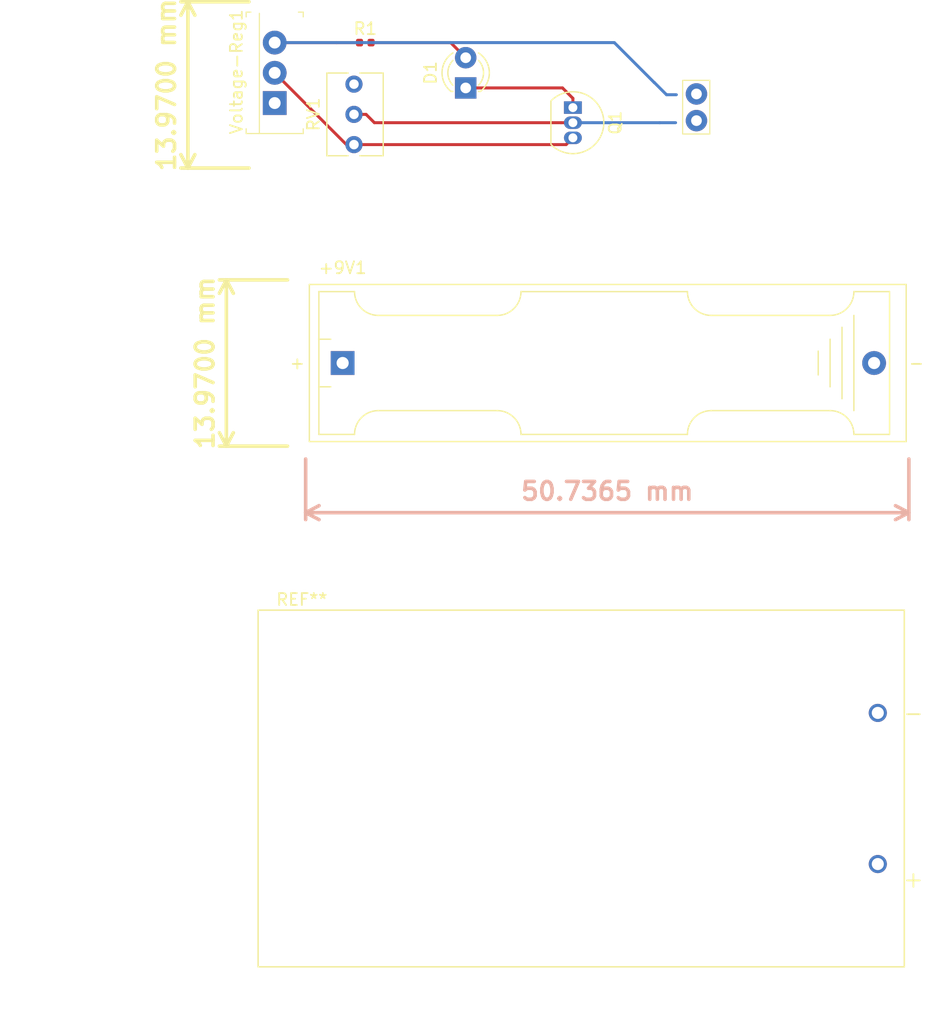
<source format=kicad_pcb>
(kicad_pcb (version 20211014) (generator pcbnew)
  (layers (0 "F.Cu" signal) (31 "B.Cu" signal) (34 "B.Paste" user) (35 "F.Paste" user) (36 "B.SilkS" user "B.Silkscreen") (37 "F.SilkS" user "F.Silkscreen") (38 "B.Mask" user) (39 "F.Mask" user) (44 "Edge.Cuts" user))
  (net 0 "")
  (net 1 "Net-(+9V1-Pad1)")
  (net 2 "Net-(+9V1-Pad2)")
  (net 3 "Net-(BZ1-Pad2)")
  (net 4 "Net-(D1-Pad2)")
  (net 5 "Net-(BZ1-Pad1)")
  (net 6 "Net-(RV1-Pad1)")
  (net 7 "Net-(Q1-Pad2)")
  (footprint "Battery:BatteryHolder_Keystone_2466_1xAAA" (layer "F.Cu") (at 104.2035 52.197)
    (fp_text reference "+9V1" (at 0 -8 180) (layer "F.SilkS"))
    (fp_text value "Battery")
    (fp_text user "+" (at -3.81 0) (layer "F.SilkS"))
    (fp_text user "-" (at 48.26 0) (layer "F.SilkS"))
    (fp_line (start 41 -4) (end 31 -4) (layer "F.SilkS") (width 0.12))
    (fp_line (start 29 -6) (end 15 -6) (layer "F.SilkS") (width 0.12))
    (fp_line (start 3 -4) (end 13 -4) (layer "F.SilkS") (width 0.12))
    (fp_line (start -2.8 -6.6) (end -2.8 6.6) (layer "F.SilkS") (width 0.12))
    (fp_line (start 46 6) (end 43 6) (layer "F.SilkS") (width 0.12))
    (fp_line (start -2 -6) (end -2 6) (layer "F.SilkS") (width 0.12))
    (fp_line (start 41 4) (end 31 4) (layer "F.SilkS") (width 0.12))
    (fp_line (start -2 -2) (end -1 -2) (layer "F.SilkS") (width 0.12))
    (fp_line (start 42 3) (end 42 -3) (layer "F.SilkS") (width 0.12))
    (fp_line (start 46 -6) (end 46 6) (layer "F.SilkS") (width 0.12))
    (fp_line (start 15 6) (end 29 6) (layer "F.SilkS") (width 0.12))
    (fp_line (start -2 6) (end 1 6) (layer "F.SilkS") (width 0.12))
    (fp_line (start -2.8 6.6) (end 47.4 6.6) (layer "F.SilkS") (width 0.12))
    (fp_line (start -2 -6) (end 1 -6) (layer "F.SilkS") (width 0.12))
    (fp_line (start 47.4 6.6) (end 47.4 -6.6) (layer "F.SilkS") (width 0.12))
    (fp_line (start 41 -2) (end 41 2) (layer "F.SilkS") (width 0.12))
    (fp_line (start 47.4 -6.6) (end -2.8 -6.6) (layer "F.SilkS") (width 0.12))
    (fp_line (start 3 4) (end 13 4) (layer "F.SilkS") (width 0.12))
    (fp_line (start -1 2) (end -2 2) (layer "F.SilkS") (width 0.12))
    (fp_line (start 40 -1) (end 40 1) (layer "F.SilkS") (width 0.12))
    (fp_line (start 43 -4) (end 43 4) (layer "F.SilkS") (width 0.12))
    (fp_line (start 46 -6) (end 43 -6) (layer "F.SilkS") (width 0.12))
    (fp_arc (start 13 4) (mid 14.414214 4.585786) (end 15 6) (layer "F.SilkS") (width 0.12))
    (fp_arc (start 41 4) (mid 42.414214 4.585786) (end 43 6) (layer "F.SilkS") (width 0.12))
    (fp_arc (start 1 6) (mid 1.585786 4.585786) (end 3 4) (layer "F.SilkS") (width 0.12))
    (fp_arc (start 3 -4) (mid 1.585786 -4.585786) (end 1 -6) (layer "F.SilkS") (width 0.12))
    (fp_arc (start 31 -4) (mid 29.585786 -4.585786) (end 29 -6) (layer "F.SilkS") (width 0.12))
    (fp_arc (start 29 6) (mid 29.585786 4.585786) (end 31 4) (layer "F.SilkS") (width 0.12))
    (fp_arc (start 15 -6) (mid 14.414214 -4.585786) (end 13 -4) (layer "F.SilkS") (width 0.12))
    (fp_arc (start 43 -6) (mid 42.414214 -4.585786) (end 41 -4) (layer "F.SilkS") (width 0.12))
    (pad "1" thru_hole rect locked (at 0 0) (size 2 2) (drill 1.02) (layers *.Cu *.Mask) (net 1 "Net-(+9V1-Pad1)"))
    (pad "2" thru_hole circle locked (at 44.7 0) (size 2 2) (drill 1.02) (layers *.Cu *.Mask) (net 2 "Net-(+9V1-Pad2)"))
  )
  (footprint "LED_THT:LED_D3.0mm_FlatTop" (layer "F.Cu") (at 114.554 29.083 90)
    (fp_text reference "D1" (at 1.27 -2.96 90) (layer "F.SilkS"))
    (fp_text value "LED")
    (fp_line (start -0.29 1.08) (end -0.29 1.236) (layer "F.SilkS") (width 0.12))
    (fp_line (start -0.29 -1.236) (end -0.29 -1.08) (layer "F.SilkS") (width 0.12))
    (fp_arc (start 0.229039 -1.08) (mid 1.270117 -1.5) (end 2.31113 -1.079837) (layer "F.SilkS") (width 0.12))
    (fp_arc (start -0.29 -1.235516) (mid 1.366487 -1.987659) (end 2.942335 -1.078608) (layer "F.SilkS") (width 0.12))
    (fp_arc (start 2.942335 1.078608) (mid 1.366487 1.987659) (end -0.29 1.235516) (layer "F.SilkS") (width 0.12))
    (fp_arc (start 2.31113 1.079837) (mid 1.270117 1.5) (end 0.229039 1.08) (layer "F.SilkS") (width 0.12))
    (pad "1" thru_hole rect locked (at 0 0 90) (size 1.8 1.8) (drill 0.9) (layers *.Cu *.Mask) (net 3 "Net-(BZ1-Pad2)"))
    (pad "2" thru_hole circle locked (at 2.54 0 90) (size 1.8 1.8) (drill 0.9) (layers *.Cu *.Mask) (net 4 "Net-(D1-Pad2)"))
  )
  (footprint "Package_TO_SOT_THT:TO-92_Inline" (layer "F.Cu") (at 123.571 30.734 -90)
    (fp_text reference "Q1" (at 1.27 -3.56 -90) (layer "F.SilkS"))
    (fp_text value "BC547")
    (fp_line (start -0.53 1.85) (end 3.07 1.85) (layer "F.SilkS") (width 0.12))
    (fp_arc (start -0.568478 1.838478) (mid -1.132087 -0.994977) (end 1.27 -2.6) (layer "F.SilkS") (width 0.12))
    (fp_arc (start 1.27 -2.6) (mid 3.672087 -0.994977) (end 3.108478 1.838478) (layer "F.SilkS") (width 0.12))
    (pad "1" thru_hole rect locked (at 0 0 270) (size 1.05 1.5) (drill 0.75) (layers *.Cu *.Mask) (net 3 "Net-(BZ1-Pad2)"))
    (pad "2" thru_hole oval locked (at 1.27 0 270) (size 1.05 1.5) (drill 0.75) (layers *.Cu *.Mask) (net 7 "Net-(Q1-Pad2)"))
    (pad "3" thru_hole oval locked (at 2.54 0 270) (size 1.05 1.5) (drill 0.75) (layers *.Cu *.Mask) (net 2 "Net-(+9V1-Pad2)"))
  )
  (footprint "Resistor_SMD:R_0402_1005Metric" (layer "F.Cu") (at 106.1085 25.273)
    (fp_text reference "R1" (at 0 -1.17) (layer "F.SilkS"))
    (fp_text value "1kohm")
    (pad "1" smd roundrect locked (at -0.485 0) (size 0.59 0.64) (layers "F.Cu" "F.Paste" "F.Mask") (net 5 "Net-(BZ1-Pad1)"))
    (pad "2" smd roundrect locked (at 0.485 0) (size 0.59 0.64) (layers "F.Cu" "F.Paste" "F.Mask") (net 4 "Net-(D1-Pad2)"))
  )
  (footprint "Potentiometer_THT:Potentiometer_Bourns_3266Y_Vertical" (layer "F.Cu") (at 105.156 28.7655 90)
    (fp_text reference "RV1" (at -2.54 -3.41 90) (layer "F.SilkS"))
    (fp_text value "R_POT")
    (fp_line (start -6.015 -2.28) (end 0.935 -2.28) (layer "F.SilkS") (width 0.12))
    (fp_line (start -6.015 -2.28) (end -6.015 -0.494) (layer "F.SilkS") (width 0.12))
    (fp_line (start -6.015 2.46) (end 0.935 2.46) (layer "F.SilkS") (width 0.12))
    (fp_line (start 0.935 0.496) (end 0.935 2.46) (layer "F.SilkS") (width 0.12))
    (fp_line (start -6.015 0.496) (end -6.015 2.46) (layer "F.SilkS") (width 0.12))
    (fp_line (start 0.935 -2.28) (end 0.935 -0.494) (layer "F.SilkS") (width 0.12))
    (pad "1" thru_hole circle locked (at 0 0 90) (size 1.44 1.44) (drill 0.8) (layers *.Cu *.Mask) (net 6 "Net-(RV1-Pad1)"))
    (pad "2" thru_hole circle locked (at -2.54 0 90) (size 1.44 1.44) (drill 0.8) (layers *.Cu *.Mask) (net 7 "Net-(Q1-Pad2)"))
    (pad "3" thru_hole circle locked (at -5.08 0 90) (size 1.44 1.44) (drill 0.8) (layers *.Cu *.Mask) (net 2 "Net-(+9V1-Pad2)"))
  )
  (footprint "digikey-footprints:TO-220-3" (layer "F.Cu") (at 98.4885 30.353 90)
    (fp_text reference "Voltage-Reg1" (at 2.62 -3.22 90) (layer "F.SilkS"))
    (fp_text value "L7805CV")
    (fp_line (start -2.56 -2.4) (end -2.56 -2) (layer "F.SilkS") (width 0.1))
    (fp_line (start 7.64 2.4) (end 7.64 2) (layer "F.SilkS") (width 0.1))
    (fp_line (start 7.24 -2.4) (end 7.64 -2.4) (layer "F.SilkS") (width 0.1))
    (fp_line (start -2.56 2.4) (end -2.56 -2) (layer "F.SilkS") (width 0.1))
    (fp_line (start 7.64 2.4) (end 7.24 2.4) (layer "F.SilkS") (width 0.1))
    (fp_line (start 7.64 -2.4) (end 7.64 -2) (layer "F.SilkS") (width 0.1))
    (fp_line (start -2.56 -1.29) (end 7.54 -1.29) (layer "F.SilkS") (width 0.1))
    (fp_line (start -2.56 2.4) (end -2.16 2.4) (layer "F.SilkS") (width 0.1))
    (fp_line (start -2.56 -2.4) (end -2.16 -2.4) (layer "F.SilkS") (width 0.1))
    (pad "1" thru_hole rect locked (at 0 0 90) (size 2 2) (drill 1) (layers *.Cu *.Mask) (net 1 "Net-(+9V1-Pad1)"))
    (pad "2" thru_hole circle locked (at 2.54 0 90) (size 2 2) (drill 1) (layers *.Cu *.Mask) (net 2 "Net-(+9V1-Pad2)"))
    (pad "3" thru_hole circle locked (at 5.08 0 90) (size 2 2) (drill 1) (layers *.Cu *.Mask) (net 5 "Net-(BZ1-Pad1)"))
  )
  (footprint "custom_libraryies:MountingHole.1.8mm" (layer "F.Cu") (at 133.852172 31.782251 90)
    (fp_text reference "H1" hide)
    (fp_text value "MountingHole" hide)
    (pad "1" thru_hole circle locked (at -0.048001 0.110999 90) (size 1.8 1.8) (drill 0.9) (layers *.Cu *.Mask))
  )
  (footprint "custom_libraryies:MountingHole.1.8mm" (layer "F.Cu") (at 133.852172 29.541227 90)
    (fp_text reference "H2" hide)
    (fp_text value "MountingHole" hide)
    (pad "1" thru_hole circle locked (at -0.048001 0.110999 90) (size 1.8 1.8) (drill 0.9) (layers *.Cu *.Mask))
  )
  (footprint "BHVPC-BatteryHolder:BAT_BH9VPC" (layer "F.Cu") (at 124.2695 87.9475)
    (fp_text reference "REF**" (at -23.495 -15.875) (layer "F.SilkS"))
    (fp_text value "BAT_BH9VPC")
    (fp_text user "+" (at 27.94 7.62) (layer "F.SilkS") (effects (font (size 1.4 1.4))))
    (fp_text user "-" (at 27.94 -6.35) (layer "F.SilkS") (effects (font (size 1.4 1.4))))
    (fp_line (start -27.175 14.985) (end -27.175 -14.985) (layer "F.SilkS") (width 0.127))
    (fp_line (start 27.175 -14.985) (end 27.175 14.985) (layer "F.SilkS") (width 0.127))
    (fp_line (start -27.175 -14.985) (end 27.175 -14.985) (layer "F.SilkS") (width 0.127))
    (fp_line (start 27.175 14.985) (end -27.175 14.985) (layer "F.SilkS") (width 0.127))
    (pad "" np_thru_hole circle (at -13.625 -11.09) (size 2.29 2.29) (drill 2.29) (layers *.Cu *.Mask))
    (pad "" np_thru_hole circle (at -0.135 11.26) (size 2.29 2.29) (drill 2.29) (layers *.Cu *.Mask))
    (pad "" np_thru_hole circle (at 13.345 -11.09) (size 2.29 2.29) (drill 2.29) (layers *.Cu *.Mask))
    (pad "+" thru_hole circle (at 24.945 6.35) (size 1.524 1.524) (drill 1.016) (layers *.Cu *.Mask))
    (pad "-" thru_hole circle (at 24.945 -6.35) (size 1.524 1.524) (drill 1.016) (layers *.Cu *.Mask))
  )
  (gr_line (start 132.799155 32.954728) (end 132.799155 28.446228) (layer "F.SilkS") (width 0.1))
  (gr_line (start 132.926155 28.446228) (end 132.862655 28.446228) (layer "F.SilkS") (width 0.1))
  (gr_line (start 132.862655 32.954728) (end 135.085155 32.954728) (layer "F.SilkS") (width 0.1))
  (gr_line (start 135.085155 28.446228) (end 132.926155 28.446228) (layer "F.SilkS") (width 0.1))
  (gr_line (start 135.085155 32.954728) (end 135.085155 28.446228) (layer "F.SilkS") (width 0.1))
  (dimension (type aligned) (layer "B.SilkS") (pts (xy 151.8285 60.2615) (xy 101.092 60.2615)) (height -4.5085) (gr_text "50.7365 mm" (at 126.46025 62.97) (layer "B.SilkS") (effects (font (size 1.5 1.5) (thickness 0.3)))) (format (units 2) (units_format 1) (precision 4)) (style (thickness 0.3) (arrow_length 1.27) (text_position_mode 0) (extension_height 0.58642) (extension_offset 0) keep_text_aligned))
  (dimension (type aligned) (layer "F.SilkS") (pts (xy 96.3295 21.844) (xy 96.3295 35.814)) (height 5.1435) (gr_text "13.9700 mm" (at 89.386 28.829 90) (layer "F.SilkS") (effects (font (size 1.5 1.5) (thickness 0.3)))) (format (units 2) (units_format 1) (precision 4)) (style (thickness 0.3) (arrow_length 1.27) (text_position_mode 0) (extension_height 0.58642) (extension_offset 0) keep_text_aligned))
  (dimension (type aligned) (layer "F.SilkS") (pts (xy 99.568 45.212) (xy 99.568 59.182)) (height 5.1435) (gr_text "13.9700 mm" (at 92.6245 52.197 90) (layer "F.SilkS") (effects (font (size 1.5 1.5) (thickness 0.3)))) (format (units 2) (units_format 1) (precision 4)) (style (thickness 0.3) (arrow_length 1.27) (text_position_mode 0) (extension_height 0.58642) (extension_offset 0) keep_text_aligned))
  (segment (start 104.521 33.8455) (end 105.156 33.8455) (width 0.25) (layer "F.Cu") (net 2))
  (segment (start 105.156 33.8455) (end 122.9995 33.8455) (width 0.25) (layer "F.Cu") (net 2))
  (segment (start 98.4885 27.813) (end 104.521 33.8455) (width 0.25) (layer "F.Cu") (net 2))
  (segment (start 122.9995 33.8455) (end 123.571 33.274) (width 0.25) (layer "F.Cu") (net 2))
  (segment (start 122.695 29.083) (end 123.571 29.959) (width 0.25) (layer "F.Cu") (net 3))
  (segment (start 123.571 29.959) (end 123.571 30.734) (width 0.25) (layer "F.Cu") (net 3))
  (segment (start 114.554 29.083) (end 122.695 29.083) (width 0.25) (layer "F.Cu") (net 3))
  (segment (start 113.284 25.273) (end 114.554 26.543) (width 0.25) (layer "F.Cu") (net 4))
  (segment (start 106.5935 25.273) (end 113.284 25.273) (width 0.25) (layer "F.Cu") (net 4))
  (segment (start 98.4885 25.273) (end 103.6955 25.273) (width 0.25) (layer "F.Cu") (net 5))
  (segment (start 103.6955 25.273) (end 105.6235 25.273) (width 0.25) (layer "F.Cu") (net 5))
  (segment (start 130.429 28.6385) (end 131.445 29.6545) (width 0.25) (layer "B.Cu") (net 5))
  (segment (start 127.053417 25.273) (end 130.418917 28.6385) (width 0.25) (layer "B.Cu") (net 5))
  (segment (start 98.4885 25.273) (end 127.053417 25.273) (width 0.25) (layer "B.Cu") (net 5))
  (segment (start 131.445 29.6545) (end 132.2705 29.6545) (width 0.25) (layer "B.Cu") (net 5))
  (segment (start 130.418917 28.6385) (end 130.429 28.6385) (width 0.25) (layer "B.Cu") (net 5))
  (segment (start 105.156 31.3055) (end 106.174233 31.3055) (width 0.25) (layer "F.Cu") (net 7))
  (segment (start 122.571 32.004) (end 123.571 32.004) (width 0.25) (layer "F.Cu") (net 7))
  (segment (start 106.174233 31.3055) (end 106.872733 32.004) (width 0.25) (layer "F.Cu") (net 7))
  (segment (start 106.872733 32.004) (end 122.571 32.004) (width 0.25) (layer "F.Cu") (net 7))
  (segment (start 123.571 32.004) (end 130.8735 32.004) (width 0.25) (layer "B.Cu") (net 7))
  (segment (start 130.8735 32.004) (end 132.207 32.004) (width 0.25) (layer "B.Cu") (net 7))
)
</source>
